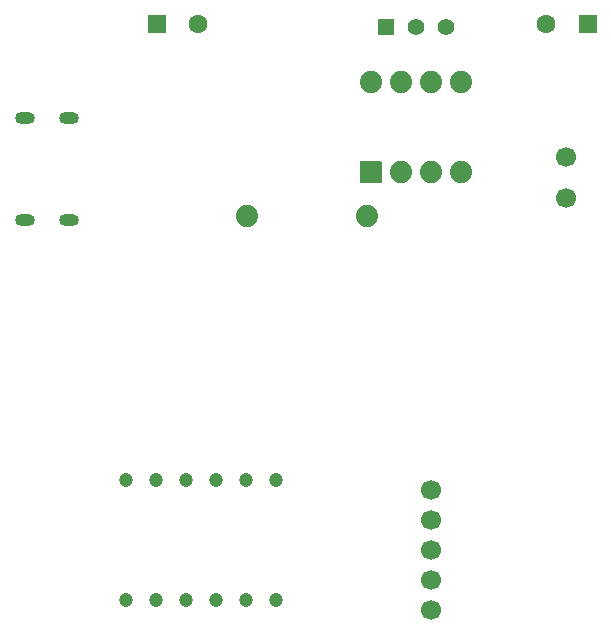
<source format=gbr>
G04 #@! TF.GenerationSoftware,KiCad,Pcbnew,9.0.4*
G04 #@! TF.CreationDate,2025-09-12T18:01:42+08:00*
G04 #@! TF.ProjectId,boost-convertor,626f6f73-742d-4636-9f6e-766572746f72,rev?*
G04 #@! TF.SameCoordinates,Original*
G04 #@! TF.FileFunction,Soldermask,Bot*
G04 #@! TF.FilePolarity,Negative*
%FSLAX46Y46*%
G04 Gerber Fmt 4.6, Leading zero omitted, Abs format (unit mm)*
G04 Created by KiCad (PCBNEW 9.0.4) date 2025-09-12 18:01:42*
%MOMM*%
%LPD*%
G01*
G04 APERTURE LIST*
G04 Aperture macros list*
%AMRoundRect*
0 Rectangle with rounded corners*
0 $1 Rounding radius*
0 $2 $3 $4 $5 $6 $7 $8 $9 X,Y pos of 4 corners*
0 Add a 4 corners polygon primitive as box body*
4,1,4,$2,$3,$4,$5,$6,$7,$8,$9,$2,$3,0*
0 Add four circle primitives for the rounded corners*
1,1,$1+$1,$2,$3*
1,1,$1+$1,$4,$5*
1,1,$1+$1,$6,$7*
1,1,$1+$1,$8,$9*
0 Add four rect primitives between the rounded corners*
20,1,$1+$1,$2,$3,$4,$5,0*
20,1,$1+$1,$4,$5,$6,$7,0*
20,1,$1+$1,$6,$7,$8,$9,0*
20,1,$1+$1,$8,$9,$2,$3,0*%
G04 Aperture macros list end*
%ADD10O,1.700000X1.000000*%
%ADD11C,1.700000*%
%ADD12C,1.200000*%
%ADD13RoundRect,0.102000X0.838200X-0.838200X0.838200X0.838200X-0.838200X0.838200X-0.838200X-0.838200X0*%
%ADD14C,1.880400*%
%ADD15R,1.600000X1.600000*%
%ADD16C,1.600000*%
%ADD17RoundRect,0.102000X-0.609000X-0.609000X0.609000X-0.609000X0.609000X0.609000X-0.609000X0.609000X0*%
%ADD18C,1.422000*%
G04 APERTURE END LIST*
D10*
X90078900Y-69820032D03*
X93878900Y-69820002D03*
X93878900Y-61179998D03*
X90078900Y-61179968D03*
D11*
X135900000Y-64500000D03*
X135900000Y-68000000D03*
D12*
X111400000Y-102000000D03*
X108860000Y-91840000D03*
X106320000Y-91840000D03*
X98700000Y-91840000D03*
X103780000Y-102000000D03*
X108860000Y-102000000D03*
X103780000Y-91840000D03*
X98700000Y-102000000D03*
X101240000Y-102000000D03*
X106320000Y-102000000D03*
X111400000Y-91840000D03*
X101240000Y-91840000D03*
D13*
X119440000Y-65810000D03*
D14*
X121980000Y-65810000D03*
X124520000Y-65810000D03*
X127060000Y-65810000D03*
X127060000Y-58190000D03*
X124520000Y-58190000D03*
X121980000Y-58190000D03*
X119440000Y-58190000D03*
D15*
X101250000Y-53250000D03*
D16*
X104750000Y-53250000D03*
D11*
X124450000Y-92695000D03*
X124450000Y-95235000D03*
X124450000Y-97775000D03*
X124450000Y-100315000D03*
X124450000Y-102855000D03*
D14*
X108920000Y-69500000D03*
X119080000Y-69500000D03*
D15*
X137750000Y-53250000D03*
D16*
X134250000Y-53250000D03*
D17*
X120670000Y-53500000D03*
D18*
X123210000Y-53500000D03*
X125750000Y-53500000D03*
M02*

</source>
